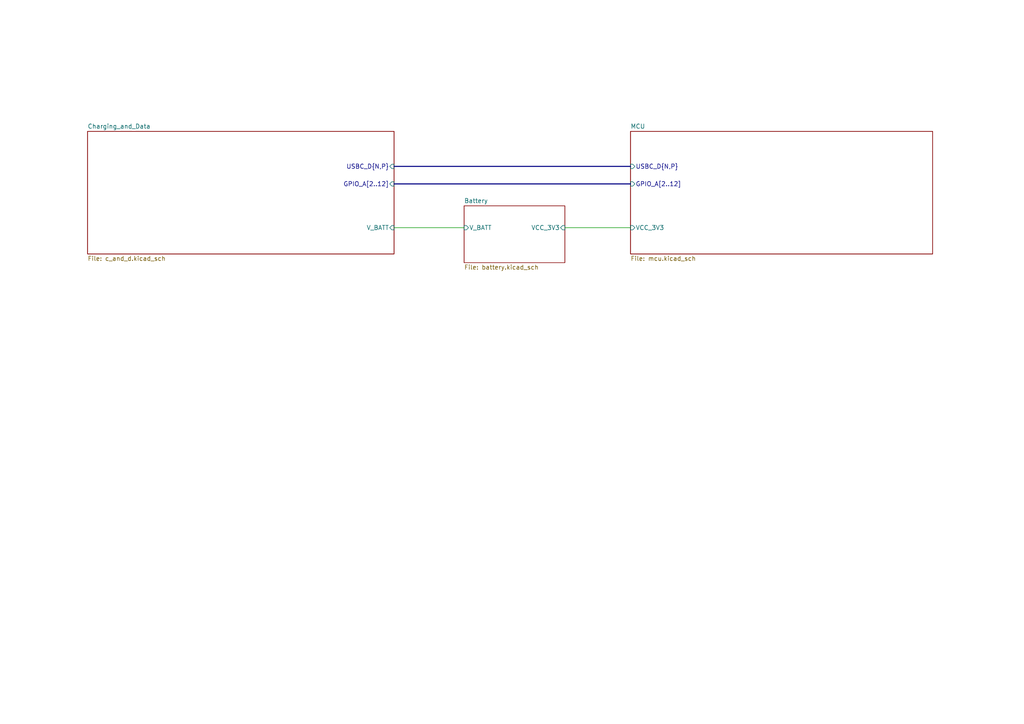
<source format=kicad_sch>
(kicad_sch
	(version 20231120)
	(generator "eeschema")
	(generator_version "8.0")
	(uuid "fa2b2113-e1a7-4307-a3dd-4528a7be4503")
	(paper "A4")
	(lib_symbols)
	(wire
		(pts
			(xy 114.3 66.04) (xy 134.62 66.04)
		)
		(stroke
			(width 0)
			(type default)
		)
		(uuid "325fe7d7-55eb-4b38-8619-3b6111b824f5")
	)
	(wire
		(pts
			(xy 163.83 66.04) (xy 182.88 66.04)
		)
		(stroke
			(width 0)
			(type default)
		)
		(uuid "5c32de3c-c104-49c5-9404-5758f4abb062")
	)
	(bus
		(pts
			(xy 114.3 53.34) (xy 182.88 53.34)
		)
		(stroke
			(width 0)
			(type default)
		)
		(uuid "819ead58-ed86-4b14-a958-46a28b54fb89")
	)
	(bus
		(pts
			(xy 114.3 48.26) (xy 182.88 48.26)
		)
		(stroke
			(width 0)
			(type default)
		)
		(uuid "afe61101-116c-48a8-8a23-8d436f524b5f")
	)
	(sheet
		(at 182.88 38.1)
		(size 87.63 35.56)
		(fields_autoplaced yes)
		(stroke
			(width 0.1524)
			(type solid)
		)
		(fill
			(color 0 0 0 0.0000)
		)
		(uuid "0d440cec-9b60-4dbd-9985-6d02b9436354")
		(property "Sheetname" "MCU"
			(at 182.88 37.3884 0)
			(effects
				(font
					(size 1.27 1.27)
				)
				(justify left bottom)
			)
		)
		(property "Sheetfile" "mcu.kicad_sch"
			(at 182.88 74.2446 0)
			(effects
				(font
					(size 1.27 1.27)
				)
				(justify left top)
			)
		)
		(pin "USBC_D{N,P}" input
			(at 182.88 48.26 180)
			(effects
				(font
					(size 1.27 1.27)
				)
				(justify left)
			)
			(uuid "2a75dd66-4791-40b6-af8b-639184b7c5df")
		)
		(pin "VCC_3V3" input
			(at 182.88 66.04 180)
			(effects
				(font
					(size 1.27 1.27)
				)
				(justify left)
			)
			(uuid "925497e7-0173-4ae3-8214-7e0c2ebd2cab")
		)
		(pin "GPIO_A[2..12]" input
			(at 182.88 53.34 180)
			(effects
				(font
					(size 1.27 1.27)
				)
				(justify left)
			)
			(uuid "7b0b629c-5042-4698-95df-cf3babf92159")
		)
		(instances
			(project "Notiphone_Shematic"
				(path "/fa2b2113-e1a7-4307-a3dd-4528a7be4503"
					(page "3")
				)
			)
		)
	)
	(sheet
		(at 25.4 38.1)
		(size 88.9 35.56)
		(fields_autoplaced yes)
		(stroke
			(width 0.1524)
			(type solid)
		)
		(fill
			(color 0 0 0 0.0000)
		)
		(uuid "c09b2234-4035-4821-8fd8-26c678f6520a")
		(property "Sheetname" "Charging_and_Data"
			(at 25.4 37.3884 0)
			(effects
				(font
					(size 1.27 1.27)
				)
				(justify left bottom)
			)
		)
		(property "Sheetfile" "c_and_d.kicad_sch"
			(at 25.4 74.2446 0)
			(effects
				(font
					(size 1.27 1.27)
				)
				(justify left top)
			)
		)
		(pin "USBC_D{N,P}" input
			(at 114.3 48.26 0)
			(effects
				(font
					(size 1.27 1.27)
				)
				(justify right)
			)
			(uuid "00230259-f2b9-48ac-b414-4cb1cb1bdd7f")
		)
		(pin "V_BATT" input
			(at 114.3 66.04 0)
			(effects
				(font
					(size 1.27 1.27)
				)
				(justify right)
			)
			(uuid "f3b4d51f-e88f-4b78-9f46-db0d388af206")
		)
		(pin "GPIO_A[2..12]" input
			(at 114.3 53.34 0)
			(effects
				(font
					(size 1.27 1.27)
				)
				(justify right)
			)
			(uuid "fce690ac-d707-4381-9f5b-b9932d032b94")
		)
		(instances
			(project "Notiphone_Shematic"
				(path "/fa2b2113-e1a7-4307-a3dd-4528a7be4503"
					(page "4")
				)
			)
		)
	)
	(sheet
		(at 134.62 59.69)
		(size 29.21 16.51)
		(fields_autoplaced yes)
		(stroke
			(width 0.1524)
			(type solid)
		)
		(fill
			(color 0 0 0 0.0000)
		)
		(uuid "d5365b8e-acac-4717-80e7-3522edf066f2")
		(property "Sheetname" "Battery"
			(at 134.62 58.9784 0)
			(effects
				(font
					(size 1.27 1.27)
				)
				(justify left bottom)
			)
		)
		(property "Sheetfile" "battery.kicad_sch"
			(at 134.62 76.7846 0)
			(effects
				(font
					(size 1.27 1.27)
				)
				(justify left top)
			)
		)
		(pin "VCC_3V3" input
			(at 163.83 66.04 0)
			(effects
				(font
					(size 1.27 1.27)
				)
				(justify right)
			)
			(uuid "ad1bc79e-0c6f-4326-93cb-2326d2c6a1cd")
		)
		(pin "V_BATT" input
			(at 134.62 66.04 180)
			(effects
				(font
					(size 1.27 1.27)
				)
				(justify left)
			)
			(uuid "5a9a6d57-d17e-465e-90dc-ef77adb56a0e")
		)
		(instances
			(project "Notiphone_Shematic"
				(path "/fa2b2113-e1a7-4307-a3dd-4528a7be4503"
					(page "4")
				)
			)
		)
	)
	(sheet_instances
		(path "/"
			(page "1")
		)
	)
)

</source>
